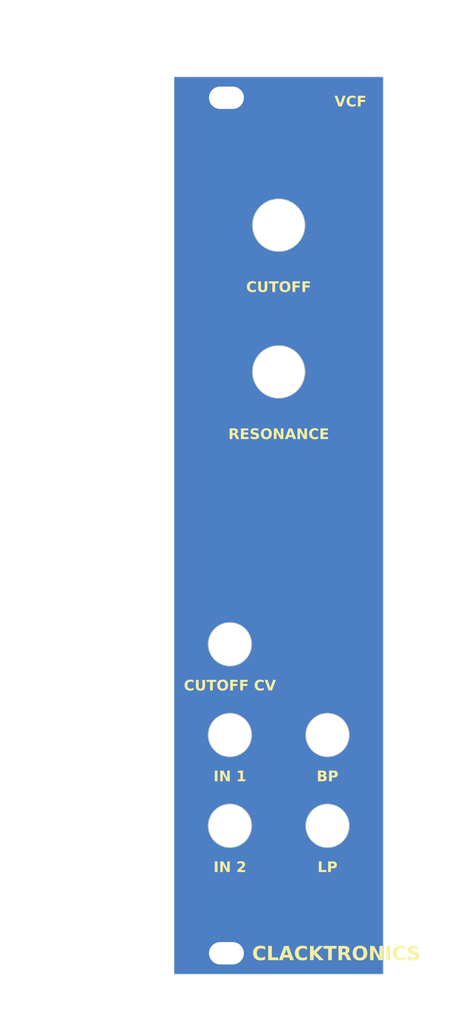
<source format=kicad_pcb>
(kicad_pcb (version 20240108) (generator "pcbnew") (generator_version "8.0")
  (layers (0 "F.Cu" signal) (31 "B.Cu" signal) (34 "B.Paste" user) (35 "F.Paste" user) (36 "B.SilkS" user "B.Silkscreen") (37 "F.SilkS" user "F.Silkscreen") (38 "B.Mask" user) (39 "F.Mask" user) (44 "Edge.Cuts" user))
  (net 0 "")
  (net 1 "GND")
  (footprint "BYOM_General:plated_rack_hole" (layer "F.Cu") (at 123.5 151.5)
    (property "Reference" "H2" (hide yes))
    (property "Value" "MountingHole_Pad")
    (pad "1" thru_hole oval (at 0 0) (size 6 4.2) (drill oval 5 3.2) (layers "*.Cu" "*.Mask") (net 1 "GND"))
  )
  (footprint "BYOM_General:plated_rack_hole" (layer "F.Cu") (at 123.5 29)
    (property "Reference" "H1" (hide yes))
    (property "Value" "MountingHole_Pad")
    (pad "1" thru_hole oval (at 0 0) (size 6 4.2) (drill oval 5 3.2) (layers "*.Cu" "*.Mask") (net 1 "GND"))
  )
  (gr_circle (center 138 120.25) (end 141.1 120.25) (stroke (width 0.1)) (fill none) (layer "Edge.Cuts"))
  (gr_circle (center 124 120.25) (end 127.1 120.25) (stroke (width 0.1)) (fill none) (layer "Edge.Cuts"))
  (gr_circle (center 138 133.25) (end 141.1 133.25) (stroke (width 0.1)) (fill none) (layer "Edge.Cuts"))
  (gr_line (start 116 26) (end 146 26) (stroke (width 0.05)) (layer "Edge.Cuts"))
  (gr_line (start 146 154.5) (end 116 154.5) (stroke (width 0.05)) (layer "Edge.Cuts"))
  (gr_line (start 116 154.5) (end 116 26) (stroke (width 0.05)) (layer "Edge.Cuts"))
  (gr_line (start 146 26) (end 146 154.5) (stroke (width 0.05)) (layer "Edge.Cuts"))
  (gr_circle (center 131 68.25) (end 134.75 68.25) (stroke (width 0.1)) (fill none) (layer "Edge.Cuts"))
  (gr_circle (center 131 47.25) (end 134.75 47.25) (stroke (width 0.1)) (fill none) (layer "Edge.Cuts"))
  (gr_circle (center 124 107.25) (end 127.1 107.25) (stroke (width 0.1)) (fill none) (layer "Edge.Cuts"))
  (gr_circle (center 124 133.25) (end 127.1 133.25) (stroke (width 0.1)) (fill none) (layer "Edge.Cuts"))
  (gr_text "LP" (at 138 139.25 0) (layer "F.SilkS") (effects (font (size 1.5 1.5) (thickness 0.15) (bold yes))))
  (gr_text "IN 2" (at 124 139.25 0) (layer "F.SilkS") (effects (font (size 1.5 1.5) (thickness 0.15) (bold yes))))
  (gr_text "CUTOFF CV" (at 124 113.25 0) (layer "F.SilkS") (effects (font (size 1.5 1.5) (thickness 0.15) (bold yes))))
  (gr_text "BP" (at 138 126.25 0) (layer "F.SilkS") (effects (font (size 1.5 1.5) (thickness 0.15) (bold yes))))
  (gr_text "CUTOFF" (at 130.99 56.19 0) (layer "F.SilkS") (effects (font (size 1.5 1.5) (thickness 0.15) (bold yes))))
  (gr_text "CLACKTRONICS" (at 127.18 152.83 0) (layer "F.SilkS") (effects (font (size 2 2) (thickness 0.2) (bold yes)) (justify left bottom)))
  (gr_text "RESONANCE" (at 131 77.25 0) (layer "F.SilkS") (effects (font (size 1.5 1.5) (thickness 0.15) (bold yes))))
  (gr_text "VCF" (at 139 30.5 0) (layer "F.SilkS") (effects (font (size 1.5 1.5) (thickness 0.15) (bold yes)) (justify left bottom)))
  (gr_text "IN 1" (at 124 126.25 0) (layer "F.SilkS") (effects (font (size 1.5 1.5) (thickness 0.15) (bold yes))))
  (zone (net 0) (net_name "") (layer "B.Cu") (connect_pads (clearance 0.508)) (min_thickness 0.25) (fill yes (thermal_gap 0.5) (thermal_bridge_width 0.5) (island_removal_mode 1) (island_area_min 10))
    (polygon (pts (xy 115 25.25) (xy 115.5 154.75) (xy 146.5 154.75) (xy 146.5 25.25)))
  )
)
</source>
